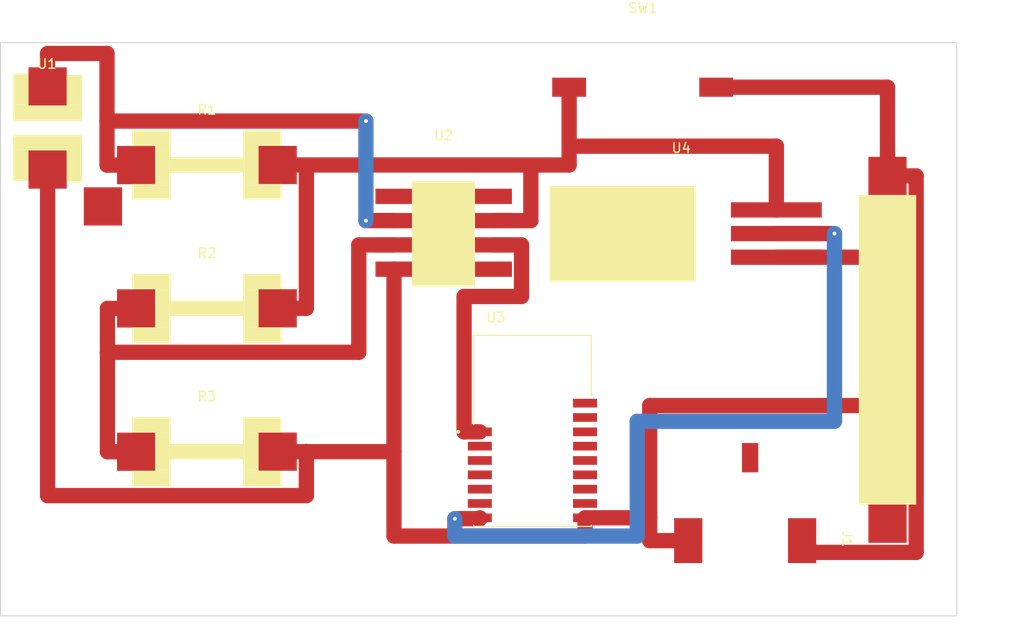
<source format=kicad_pcb>
(kicad_pcb (version 20211014) (generator pcbnew)
  (layers (0 "F.Cu" signal) (31 "B.Cu" signal) (34 "B.Paste" user) (35 "F.Paste" user) (36 "B.SilkS" user "B.Silkscreen") (37 "F.SilkS" user "F.Silkscreen") (38 "B.Mask" user) (39 "F.Mask" user) (44 "Edge.Cuts" user))
  (net 0 "")
  (net 1 "Net-(R1-Pad1)")
  (net 2 "Net-(R2-Pad1)")
  (net 5 "Net-(BT1-Pad1)")
  (net 7 "Net-(U2-Pad6)")
  (net 8 "Net-(BT1-Pad2)")
  (net 9 "Net-(R1-Pad2)")
  (net 23 "Net-(U3-Pad7)")
  (footprint "4DPrinting:TPU" (layer "F.Cu") (at 129.792 79.7968)
    (fp_text reference "R3" (at 0 -5.78 unlocked) (layer "F.SilkS"))
    (fp_text value "TPU")
    (fp_line (start -4.6 2) (end -7.8 2) (layer "B.SilkS") (width 0.0001))
    (fp_line (start -3.8 3.6) (end -7.8 3.6) (layer "B.SilkS") (width 0.0001))
    (fp_line (start -3.8 3.6) (end -3.8 0.4) (layer "B.SilkS") (width 0.0001))
    (fp_line (start 4.6 -2) (end 7.8 -2) (layer "B.SilkS") (width 0.0001))
    (fp_line (start 3.8 -3.6) (end 3.8 -0.4) (layer "B.SilkS") (width 0.0001))
    (fp_line (start 3.8 -3.6) (end 7.8 -3.6) (layer "B.SilkS") (width 0.0001))
    (fp_line (start -7.8 2) (end -7.8 3.6) (layer "B.SilkS") (width 0.0001))
    (fp_line (start 7.8 -2) (end 7.8 -3.6) (layer "B.SilkS") (width 0.0001))
    (fp_line (start 4.6 2) (end 7.8 2) (layer "F.SilkS") (width 0.0001))
    (fp_line (start -3.8 -3.6) (end -3.8 -0.4) (layer "F.SilkS") (width 0.0001))
    (fp_line (start 4.6 -2) (end 4.6 2) (layer "F.SilkS") (width 0.0001))
    (fp_line (start 3.8 3.6) (end 7.8 3.6) (layer "F.SilkS") (width 0.0001))
    (fp_line (start -4.6 -2) (end -4.6 2) (layer "F.SilkS") (width 0.0001))
    (fp_line (start -4.6 -2) (end -7.8 -2) (layer "F.SilkS") (width 0.0001))
    (fp_line (start -3.8 -0.4) (end 3.8 -0.4) (layer "F.SilkS") (width 0.0001))
    (fp_line (start 7.8 2) (end 7.8 3.6) (layer "F.SilkS") (width 0.0001))
    (fp_line (start -3.8 -3.6) (end -7.8 -3.6) (layer "F.SilkS") (width 0.0001))
    (fp_line (start -7.8 -2) (end -7.8 -3.6) (layer "F.SilkS") (width 0.0001))
    (fp_line (start -3.8 0.4) (end 3.8 0.4) (layer "F.SilkS") (width 0.0001))
    (fp_line (start 3.8 3.6) (end 3.8 0.4) (layer "F.SilkS") (width 0.0001))
    (fp_rect (start 3.8 -2) (end 5.4 2) (layer "F.SilkS") (width 0.0001) (fill solid))
    (fp_rect (start -7.8 2) (end -3.8 3.6) (layer "F.SilkS") (width 0.0001) (fill solid))
    (fp_rect (start -7.8 -3.6) (end -3.8 -2) (layer "F.SilkS") (width 0.0001) (fill solid))
    (fp_rect (start 3.8 2) (end 7.8 3.6) (layer "F.SilkS") (width 0.0001) (fill solid))
    (fp_rect (start 3.8 -3.6) (end 7.8 -2) (layer "F.SilkS") (width 0.0001) (fill solid))
    (fp_rect (start -3.8 -0.8) (end 3.8 0.8) (layer "F.SilkS") (width 0.0001) (fill solid))
    (fp_rect (start -5.4 -2) (end -3.8 2) (layer "F.SilkS") (width 0.0001) (fill solid))
    (pad "1" smd rect (at -7.4 0.01) (size 4 4) (layers "F.Cu" "F.Paste" "F.Mask") (net 2 "Net-(R2-Pad1)"))
    (pad "2" smd rect (at 7.4 0) (size 4 4) (layers "F.Cu" "F.Paste" "F.Mask") (net 8 "Net-(BT1-Pad2)"))
  )
  (footprint "4DPrinting:voltage_regulator" (layer "F.Cu") (at 179.3748 57.0484)
    (fp_text reference "U4" (at 0.02 -9.03 unlocked) (layer "F.SilkS"))
    (fp_text value "LD1117V33")
    (fp_rect (start -13.73 -5.05) (end 1.52 4.95) (layer "F.SilkS") (width 0.0001) (fill solid))
    (pad "1" smd rect (at 9.97 2.4) (size 9.5 1.6) (layers "F.Cu" "F.Paste" "F.Mask") (net 8 "Net-(BT1-Pad2)"))
    (pad "2" smd rect (at 9.97 -0.075) (size 9.5 1.6) (layers "F.Cu" "F.Paste" "F.Mask") (net 23 "Net-(U3-Pad7)"))
    (pad "3" smd rect (at 9.97 -2.55) (size 9.5 1.6) (layers "F.Cu" "F.Paste" "F.Mask") (net 9 "Net-(R1-Pad2)"))
  )
  (footprint "4DPrinting:Battery" (layer "F.Cu") (at 200.9648 69.1388 180)
    (fp_text reference "BT1" (at -0.08 -5.9 180 unlocked) (layer "F.SilkS"))
    (fp_text value "Battery")
    (fp_rect (start -3 -16.2) (end 3 16.2) (layer "F.SilkS") (width 0.001) (fill solid))
    (pad "1" smd rect (at 0 18.2 180) (size 4 4) (layers "F.Cu" "F.Paste" "F.Mask") (net 5 "Net-(BT1-Pad1)"))
    (pad "2" smd rect (at 0 -18.2 180) (size 4 4) (layers "F.Cu" "F.Paste" "F.Mask") (net 8 "Net-(BT1-Pad2)"))
  )
  (footprint "4DPrinting:wave_gen" (layer "F.Cu") (at 113.1316 45.9232)
    (fp_text reference "U1" (at -0.08 -6.71 unlocked) (layer "F.SilkS"))
    (fp_text value "Wave Gen")
    (fp_rect (start -3.59 -2.34) (end -1.99 -5.69) (layer "F.SilkS") (width 0.0001) (fill solid))
    (fp_rect (start -3.6 0.75) (end 3.6 2.35) (layer "F.SilkS") (width 0.0001) (fill solid))
    (fp_rect (start 2.01 -2.35) (end 3.61 -5.54) (layer "F.SilkS") (width 0.0001) (fill solid))
    (fp_rect (start 3.61 -0.75) (end -3.59 -2.35) (layer "F.SilkS") (width 0.0001) (fill solid))
    (fp_rect (start -2 2.35) (end -3.6 5.54) (layer "F.SilkS") (width 0.0001) (fill solid))
    (fp_rect (start 3.6 2.34) (end 2 5.69) (layer "F.SilkS") (width 0.0001) (fill solid))
    (pad "1" smd rect (at 0 4.35) (size 4 4) (layers "F.Cu" "F.Paste" "F.Mask") (net 8 "Net-(BT1-Pad2)"))
    (pad "2" smd rect (at 0 -4.35 180) (size 4 4) (layers "F.Cu" "F.Paste" "F.Mask") (net 1 "Net-(R1-Pad1)"))
  )
  (footprint "4DPrinting:custom_lf356" (layer "F.Cu") (at 154.5336 56.9976)
    (fp_text reference "U2" (at 0 -10.31 unlocked) (layer "F.SilkS"))
    (fp_text value "LF356")
    (fp_rect (start -3.3 -5.5) (end 3.3 5.5) (layer "F.SilkS") (width 0.0001) (fill solid))
    (pad "1" smd rect (at -5.1775 -3.92) (size 3.875 1.6) (layers "F.Cu" "F.Paste" "F.Mask"))
    (pad "2" smd rect (at -5.1775 -1.38) (size 3.875 1.6) (layers "F.Cu" "F.Paste" "F.Mask") (net 1 "Net-(R1-Pad1)"))
    (pad "3" smd rect (at -5.1775 1.16) (size 3.875 1.6) (layers "F.Cu" "F.Paste" "F.Mask") (net 2 "Net-(R2-Pad1)"))
    (pad "4" smd rect (at -5.1775 3.7) (size 3.875 1.6) (layers "F.Cu" "F.Paste" "F.Mask") (net 8 "Net-(BT1-Pad2)"))
    (pad "5" smd rect (at 5.22 3.7) (size 3.875 1.6) (layers "F.Cu" "F.Paste" "F.Mask"))
    (pad "6" smd rect (at 5.22 1.16) (size 3.875 1.6) (layers "F.Cu" "F.Paste" "F.Mask") (net 7 "Net-(U2-Pad6)"))
    (pad "7" smd rect (at 5.22 -1.38) (size 3.875 1.6) (layers "F.Cu" "F.Paste" "F.Mask") (net 9 "Net-(R1-Pad2)"))
    (pad "8" smd rect (at 5.22 -3.92) (size 3.875 1.6) (layers "F.Cu" "F.Paste" "F.Mask"))
  )
  (footprint "4DPrinting:TPU" (layer "F.Cu") (at 129.792 49.7968)
    (fp_text reference "R1" (at 0 -5.78 unlocked) (layer "F.SilkS"))
    (fp_text value "TPU")
    (fp_line (start -7.8 2) (end -7.8 3.6) (layer "B.SilkS") (width 0.0001))
    (fp_line (start -4.6 2) (end -7.8 2) (layer "B.SilkS") (width 0.0001))
    (fp_line (start -3.8 3.6) (end -3.8 0.4) (layer "B.SilkS") (width 0.0001))
    (fp_line (start 4.6 -2) (end 7.8 -2) (layer "B.SilkS") (width 0.0001))
    (fp_line (start -3.8 3.6) (end -7.8 3.6) (layer "B.SilkS") (width 0.0001))
    (fp_line (start 7.8 -2) (end 7.8 -3.6) (layer "B.SilkS") (width 0.0001))
    (fp_line (start 3.8 -3.6) (end 7.8 -3.6) (layer "B.SilkS") (width 0.0001))
    (fp_line (start 3.8 -3.6) (end 3.8 -0.4) (layer "B.SilkS") (width 0.0001))
    (fp_line (start 3.8 3.6) (end 7.8 3.6) (layer "F.SilkS") (width 0.0001))
    (fp_line (start -3.8 0.4) (end 3.8 0.4) (layer "F.SilkS") (width 0.0001))
    (fp_line (start 4.6 -2) (end 4.6 2) (layer "F.SilkS") (width 0.0001))
    (fp_line (start 7.8 2) (end 7.8 3.6) (layer "F.SilkS") (width 0.0001))
    (fp_line (start -4.6 -2) (end -7.8 -2) (layer "F.SilkS") (width 0.0001))
    (fp_line (start -3.8 -0.4) (end 3.8 -0.4) (layer "F.SilkS") (width 0.0001))
    (fp_line (start 3.8 3.6) (end 3.8 0.4) (layer "F.SilkS") (width 0.0001))
    (fp_line (start -3.8 -3.6) (end -3.8 -0.4) (layer "F.SilkS") (width 0.0001))
    (fp_line (start 4.6 2) (end 7.8 2) (layer "F.SilkS") (width 0.0001))
    (fp_line (start -7.8 -2) (end -7.8 -3.6) (layer "F.SilkS") (width 0.0001))
    (fp_line (start -4.6 -2) (end -4.6 2) (layer "F.SilkS") (width 0.0001))
    (fp_line (start -3.8 -3.6) (end -7.8 -3.6) (layer "F.SilkS") (width 0.0001))
    (fp_rect (start 3.8 2) (end 7.8 3.6) (layer "F.SilkS") (width 0.0001) (fill solid))
    (fp_rect (start -5.4 -2) (end -3.8 2) (layer "F.SilkS") (width 0.0001) (fill solid))
    (fp_rect (start 3.8 -2) (end 5.4 2) (layer "F.SilkS") (width 0.0001) (fill solid))
    (fp_rect (start -7.8 -3.6) (end -3.8 -2) (layer "F.SilkS") (width 0.0001) (fill solid))
    (fp_rect (start 3.8 -3.6) (end 7.8 -2) (layer "F.SilkS") (width 0.0001) (fill solid))
    (fp_rect (start -3.8 -0.8) (end 3.8 0.8) (layer "F.SilkS") (width 0.0001) (fill solid))
    (fp_rect (start -7.8 2) (end -3.8 3.6) (layer "F.SilkS") (width 0.0001) (fill solid))
    (pad "1" smd rect (at -7.4 0.01) (size 4 4) (layers "F.Cu" "F.Paste" "F.Mask") (net 1 "Net-(R1-Pad1)"))
    (pad "2" smd rect (at 7.4 0) (size 4 4) (layers "F.Cu" "F.Paste" "F.Mask") (net 9 "Net-(R1-Pad2)"))
  )
  (footprint "" (layer "F.Cu") (at 118.92 54.13)
    (fp_text reference "" (at 0 0) (layer "F.SilkS") (effects (font (size 1.27 1.27))))
    (fp_text value "" (at 0 0) (layer "F.SilkS") (effects (font (size 1.27 1.27))))
    (pad "1" smd rect (at 0 0) (size 4 4) (layers "F.Cu" "F.Paste" "F.Mask") (net 8 "Net-(BT1-Pad2)"))
  )
  (footprint "4DPrinting:switch" (layer "F.Cu") (at 175.3616 41.656)
    (fp_text reference "SW1" (at 0.02 -8.28 unlocked) (layer "F.SilkS"))
    (fp_text value "SW_Push")
    (fp_rect (start -5.95 4.1) (end 5.95 -4.1) (layer "F.SilkS") (width 0.001) (fill none))
    (pad "1" smd rect (at -7.69 0) (size 3.54 2) (layers "F.Cu" "F.Paste" "F.Mask") (net 9 "Net-(R1-Pad2)"))
    (pad "2" smd rect (at 7.69 0) (size 3.54 2) (layers "F.Cu" "F.Paste" "F.Mask") (net 5 "Net-(BT1-Pad1)"))
  )
  (footprint "4DPrinting:charge_port" (layer "F.Cu") (at 186.0854 88.9593 -90)
    (fp_text reference "J1" (at -0.04 -10.66 -90 unlocked) (layer "F.SilkS"))
    (fp_text value "Jack-DC")
    (fp_rect (start -7 -4.48) (end 7 4.48) (layer "F.SilkS") (width 0.0001) (fill none))
    (pad "1" smd rect (at 0.15 5.96 90) (size 4.7 2.95) (layers "F.Cu" "F.Paste" "F.Mask") (net 5 "Net-(BT1-Pad1)"))
    (pad "2" smd rect (at 0.15 -5.95 90) (size 4.7 2.95) (layers "F.Cu" "F.Paste" "F.Mask") (net 8 "Net-(BT1-Pad2)"))
    (pad "3" smd rect (at -8.53 -0.51 90) (size 3.07 1.7) (layers "F.Cu" "F.Paste" "F.Mask"))
  )
  (footprint "4DPrinting:TPU" (layer "F.Cu") (at 129.792 64.7968)
    (fp_text reference "R2" (at 0 -5.78 unlocked) (layer "F.SilkS"))
    (fp_text value "TPU")
    (fp_line (start 3.8 -3.6) (end 7.8 -3.6) (layer "B.SilkS") (width 0.0001))
    (fp_line (start -7.8 2) (end -7.8 3.6) (layer "B.SilkS") (width 0.0001))
    (fp_line (start 4.6 -2) (end 7.8 -2) (layer "B.SilkS") (width 0.0001))
    (fp_line (start -4.6 2) (end -7.8 2) (layer "B.SilkS") (width 0.0001))
    (fp_line (start -3.8 3.6) (end -3.8 0.4) (layer "B.SilkS") (width 0.0001))
    (fp_line (start 3.8 -3.6) (end 3.8 -0.4) (layer "B.SilkS") (width 0.0001))
    (fp_line (start -3.8 3.6) (end -7.8 3.6) (layer "B.SilkS") (width 0.0001))
    (fp_line (start 7.8 -2) (end 7.8 -3.6) (layer "B.SilkS") (width 0.0001))
    (fp_line (start 7.8 2) (end 7.8 3.6) (layer "F.SilkS") (width 0.0001))
    (fp_line (start 3.8 3.6) (end 3.8 0.4) (layer "F.SilkS") (width 0.0001))
    (fp_line (start 4.6 2) (end 7.8 2) (layer "F.SilkS") (width 0.0001))
    (fp_line (start -3.8 -3.6) (end -3.8 -0.4) (layer "F.SilkS") (width 0.0001))
    (fp_line (start -7.8 -2) (end -7.8 -3.6) (layer "F.SilkS") (width 0.0001))
    (fp_line (start 3.8 3.6) (end 7.8 3.6) (layer "F.SilkS") (width 0.0001))
    (fp_line (start -3.8 0.4) (end 3.8 0.4) (layer "F.SilkS") (width 0.0001))
    (fp_line (start 4.6 -2) (end 4.6 2) (layer "F.SilkS") (width 0.0001))
    (fp_line (start -3.8 -3.6) (end -7.8 -3.6) (layer "F.SilkS") (width 0.0001))
    (fp_line (start -4.6 -2) (end -7.8 -2) (layer "F.SilkS") (width 0.0001))
    (fp_line (start -4.6 -2) (end -4.6 2) (layer "F.SilkS") (width 0.0001))
    (fp_line (start -3.8 -0.4) (end 3.8 -0.4) (layer "F.SilkS") (width 0.0001))
    (fp_rect (start -7.8 2) (end -3.8 3.6) (layer "F.SilkS") (width 0.0001) (fill solid))
    (fp_rect (start -7.8 -3.6) (end -3.8 -2) (layer "F.SilkS") (width 0.0001) (fill solid))
    (fp_rect (start -3.8 -0.8) (end 3.8 0.8) (layer "F.SilkS") (width 0.0001) (fill solid))
    (fp_rect (start 3.8 -3.6) (end 7.8 -2) (layer "F.SilkS") (width 0.0001) (fill solid))
    (fp_rect (start 3.8 -2) (end 5.4 2) (layer "F.SilkS") (width 0.0001) (fill solid))
    (fp_rect (start 3.8 2) (end 7.8 3.6) (layer "F.SilkS") (width 0.0001) (fill solid))
    (fp_rect (start -5.4 -2) (end -3.8 2) (layer "F.SilkS") (width 0.0001) (fill solid))
    (pad "1" smd rect (at -7.4 0.01) (size 4 4) (layers "F.Cu" "F.Paste" "F.Mask") (net 2 "Net-(R2-Pad1)"))
    (pad "2" smd rect (at 7.4 0) (size 4 4) (layers "F.Cu" "F.Paste" "F.Mask") (net 9 "Net-(R1-Pad2)"))
  )
  (footprint "4DPrinting:MODULE_ESP-M2" (layer "F.Cu") (at 163.8353 77.6224)
    (fp_text reference "U3" (at -3.83 -11.885) (layer "F.SilkS"))
    (fp_text value "ESP-M2")
    (fp_line (start 6.15 -10) (end -6.15 -10) (layer "F.SilkS") (width 0.127))
    (fp_line (start -6.15 10) (end -6.15 9.875) (layer "F.SilkS") (width 0.127))
    (fp_line (start -6.15 10) (end 6.15 10) (layer "F.SilkS") (width 0.127))
    (fp_line (start 6.15 -3.675) (end 6.15 -10) (layer "F.SilkS") (width 0.127))
    (fp_line (start -6.15 -10) (end -6.15 -0.675) (layer "F.SilkS") (width 0.127))
    (fp_line (start 6.15 10) (end 6.15 9.875) (layer "F.SilkS") (width 0.127))
    (fp_circle (center -7.755 0.1) (end -7.655 0.1) (layer "F.SilkS") (width 0.2) (fill none))
    (pad "1" smd rect (at -5.5 0.1) (size 2.51 0.91) (layers "F.Cu" "F.Paste" "F.Mask") (net 7 "Net-(U2-Pad6)"))
    (pad "2" smd rect (at -5.5 1.6) (size 2.51 0.91) (layers "F.Cu" "F.Paste" "F.Mask"))
    (pad "3" smd rect (at -5.5 3.1) (size 2.51 0.91) (layers "F.Cu" "F.Paste" "F.Mask"))
    (pad "4" smd rect (at -5.5 4.6) (size 2.51 0.91) (layers "F.Cu" "F.Paste" "F.Mask"))
    (pad "5" smd rect (at -5.5 6.1) (size 2.51 0.91) (layers "F.Cu" "F.Paste" "F.Mask"))
    (pad "6" smd rect (at -5.5 7.6) (size 2.51 0.91) (layers "F.Cu" "F.Paste" "F.Mask"))
    (pad "7" smd rect (at -5.5 9.1) (size 2.51 0.91) (layers "F.Cu" "F.Paste" "F.Mask") (net 23 "Net-(U3-Pad7)"))
    (pad "8" smd rect (at 5.5 9.1) (size 2.51 0.91) (layers "F.Cu" "F.Paste" "F.Mask") (net 8 "Net-(BT1-Pad2)"))
    (pad "9" smd rect (at 5.5 7.6) (size 2.51 0.91) (layers "F.Cu" "F.Paste" "F.Mask"))
    (pad "10" smd rect (at 5.5 6.1) (size 2.51 0.91) (layers "F.Cu" "F.Paste" "F.Mask"))
    (pad "11" smd rect (at 5.5 4.6) (size 2.51 0.91) (layers "F.Cu" "F.Paste" "F.Mask"))
    (pad "12" smd rect (at 5.5 3.1) (size 2.51 0.91) (layers "F.Cu" "F.Paste" "F.Mask"))
    (pad "13" smd rect (at 5.5 1.6) (size 2.51 0.91) (layers "F.Cu" "F.Paste" "F.Mask"))
    (pad "14" smd rect (at 5.5 0.1) (size 2.51 0.91) (layers "F.Cu" "F.Paste" "F.Mask"))
    (pad "15" smd rect (at 5.5 -1.4) (size 2.51 0.91) (layers "F.Cu" "F.Paste" "F.Mask"))
    (pad "16" smd rect (at 5.5 -2.9) (size 2.51 0.91) (layers "F.Cu" "F.Paste" "F.Mask"))
  )
  (gr_rect (start 108.204 36.9824) (end 208.204 96.9824) (layer "Edge.Cuts") (width 0.1) (fill none))
  (segment (start 119.3438 49.8068) (end 122.392 49.8068) (width 1.6) (layer "F.Cu") (net 1))
  (segment (start 146.4185 45.1966) (end 119.3438 45.1966) (width 1.6) (layer "F.Cu") (net 1))
  (segment (start 113.1316 41.5732) (end 113.1316 38.123) (width 1.6) (layer "F.Cu") (net 1))
  (segment (start 113.1316 38.123) (end 119.3438 38.123) (width 1.6) (layer "F.Cu") (net 1))
  (segment (start 149.3561 55.6176) (end 146.4185 55.6176) (width 1.6) (layer "F.Cu") (net 1))
  (segment (start 119.3438 38.123) (end 119.3438 45.1966) (width 1.6) (layer "F.Cu") (net 1))
  (segment (start 119.3438 45.1966) (end 119.3438 49.8068) (width 1.6) (layer "F.Cu") (net 1))
  (via (at 146.4185 45.1966) (size 0.8) (drill 0.4) (layers "F.Cu" "B.Cu") (net 1))
  (via (at 146.4185 55.6176) (size 0.8) (drill 0.4) (layers "F.Cu" "B.Cu") (net 1))
  (segment (start 146.4185 45.1966) (end 146.4185 55.6176) (width 1.6) (layer "B.Cu") (net 1))
  (segment (start 149.3561 58.1576) (end 145.6744 58.1576) (width 1.6) (layer "F.Cu") (net 2))
  (segment (start 145.6744 69.397) (end 119.3918 69.397) (width 1.6) (layer "F.Cu") (net 2))
  (segment (start 119.3918 79.8068) (end 122.392 79.8068) (width 1.6) (layer "F.Cu") (net 2))
  (segment (start 119.3918 64.8068) (end 119.3918 69.397) (width 1.6) (layer "F.Cu") (net 2))
  (segment (start 145.6744 58.1576) (end 145.6744 69.397) (width 1.6) (layer "F.Cu") (net 2))
  (segment (start 122.392 64.8068) (end 119.3918 64.8068) (width 1.6) (layer "F.Cu") (net 2))
  (segment (start 119.3918 69.397) (end 119.3918 79.8068) (width 1.6) (layer "F.Cu") (net 2))
  (segment (start 183.0516 41.656) (end 200.9648 41.656) (width 1.6) (layer "F.Cu") (net 5))
  (segment (start 203.965 90.339) (end 192.0354 90.339) (width 1.6) (layer "F.Cu") (net 5))
  (segment (start 192.0354 90.339) (end 192.0354 89.1093) (width 1.6) (layer "F.Cu") (net 5))
  (segment (start 200.9648 50.9388) (end 203.965 50.9388) (width 1.6) (layer "F.Cu") (net 5))
  (segment (start 203.965 50.9388) (end 203.965 90.339) (width 1.6) (layer "F.Cu") (net 5))
  (segment (start 200.9648 41.656) (end 200.9648 50.9388) (width 1.6) (layer "F.Cu") (net 5))
  (segment (start 156.6851 63.5578) (end 156.6851 77.7224) (width 1.6) (layer "F.Cu") (net 7))
  (segment (start 159.7536 58.1576) (end 162.6912 58.1576) (width 1.6) (layer "F.Cu") (net 7))
  (segment (start 162.6912 63.5578) (end 156.6851 63.5578) (width 1.6) (layer "F.Cu") (net 7))
  (segment (start 156.6851 77.7224) (end 158.3353 77.7224) (width 1.6) (layer "F.Cu") (net 7))
  (segment (start 162.6912 58.1576) (end 162.6912 63.5578) (width 1.6) (layer "F.Cu") (net 7))
  (segment (start 149.3561 79.7968) (end 149.3561 88.6326) (width 1.6) (layer "F.Cu") (net 8))
  (segment (start 149.3561 79.7968) (end 140.1922 79.7968) (width 1.6) (layer "F.Cu") (net 8))
  (segment (start 169.3353 88.6326) (end 169.3353 86.7224) (width 1.6) (layer "F.Cu") (net 8))
  (segment (start 113.1316 84.397) (end 140.1922 84.397) (width 1.6) (layer "F.Cu") (net 8))
  (segment (start 140.1922 79.7968) (end 137.192 79.7968) (width 1.6) (layer "F.Cu") (net 8))
  (segment (start 113.1316 50.2732) (end 113.1316 84.397) (width 1.6) (layer "F.Cu") (net 8))
  (segment (start 176.0979 74.9723) (end 176.0979 86.7224) (width 1.6) (layer "F.Cu") (net 8))
  (segment (start 176.0979 89.1093) (end 176.0979 86.7224) (width 1.6) (layer "F.Cu") (net 8))
  (segment (start 180.1254 89.1093) (end 176.0979 89.1093) (width 1.6) (layer "F.Cu") (net 8))
  (segment (start 140.1922 84.397) (end 140.1922 79.7968) (width 1.6) (layer "F.Cu") (net 8))
  (segment (start 200.9648 59.4484) (end 200.9648 74.9723) (width 1.6) (layer "F.Cu") (net 8))
  (segment (start 200.9648 74.9723) (end 200.9648 87.3388) (width 1.6) (layer "F.Cu") (net 8))
  (segment (start 149.3561 88.6326) (end 169.3353 88.6326) (width 1.6) (layer "F.Cu") (net 8))
  (segment (start 176.0979 86.7224) (end 169.3353 86.7224) (width 1.6) (layer "F.Cu") (net 8))
  (segment (start 200.9648 74.9723) (end 176.0979 74.9723) (width 1.6) (layer "F.Cu") (net 8))
  (segment (start 149.3561 60.6976) (end 149.3561 79.7968) (width 1.6) (layer "F.Cu") (net 8))
  (segment (start 189.3448 59.4484) (end 200.9648 59.4484) (width 1.6) (layer "F.Cu") (net 8))
  (segment (start 159.7536 55.6176) (end 163.668 55.6176) (width 1.6) (layer "F.Cu") (net 9))
  (segment (start 163.668 49.7968) (end 140.1922 49.7968) (width 1.6) (layer "F.Cu") (net 9))
  (segment (start 167.6716 41.656) (end 167.6716 47.8264) (width 1.6) (layer "F.Cu") (net 9))
  (segment (start 167.6716 49.7968) (end 163.668 49.7968) (width 1.6) (layer "F.Cu") (net 9))
  (segment (start 137.192 64.7968) (end 140.1922 64.7968) (width 1.6) (layer "F.Cu") (net 9))
  (segment (start 140.1922 49.7968) (end 137.192 49.7968) (width 1.6) (layer "F.Cu") (net 9))
  (segment (start 140.1922 64.7968) (end 140.1922 49.7968) (width 1.6) (layer "F.Cu") (net 9))
  (segment (start 167.6716 47.8264) (end 189.3448 47.8264) (width 1.6) (layer "F.Cu") (net 9))
  (segment (start 167.6716 47.8264) (end 167.6716 49.7968) (width 1.6) (layer "F.Cu") (net 9))
  (segment (start 189.3448 47.8264) (end 189.3448 54.4984) (width 1.6) (layer "F.Cu") (net 9))
  (segment (start 163.668 55.6176) (end 163.668 49.7968) (width 1.6) (layer "F.Cu") (net 9))
  (segment (start 158.3353 86.8137) (end 158.3353 86.7224) (width 1.6) (layer "F.Cu") (net 23))
  (segment (start 155.7156 86.8137) (end 158.3353 86.8137) (width 1.6) (layer "F.Cu") (net 23))
  (segment (start 189.3448 56.9734) (end 195.4193 56.9734) (width 1.6) (layer "F.Cu") (net 23))
  (via (at 195.4193 56.9734) (size 0.8) (drill 0.4) (layers "F.Cu" "B.Cu") (net 23))
  (via (at 155.7156 86.8137) (size 0.8) (drill 0.4) (layers "F.Cu" "B.Cu") (net 23))
  (segment (start 174.7954 88.6326) (end 174.7954 76.6226) (width 1.6) (layer "B.Cu") (net 23))
  (segment (start 174.7954 76.6226) (end 195.4193 76.6226) (width 1.6) (layer "B.Cu") (net 23))
  (segment (start 155.7156 86.8137) (end 155.7156 88.6326) (width 1.6) (layer "B.Cu") (net 23))
  (segment (start 195.4193 76.6226) (end 195.4193 56.9734) (width 1.6) (layer "B.Cu") (net 23))
  (segment (start 155.7156 88.6326) (end 174.7954 88.6326) (width 1.6) (layer "B.Cu") (net 23))
)
</source>
